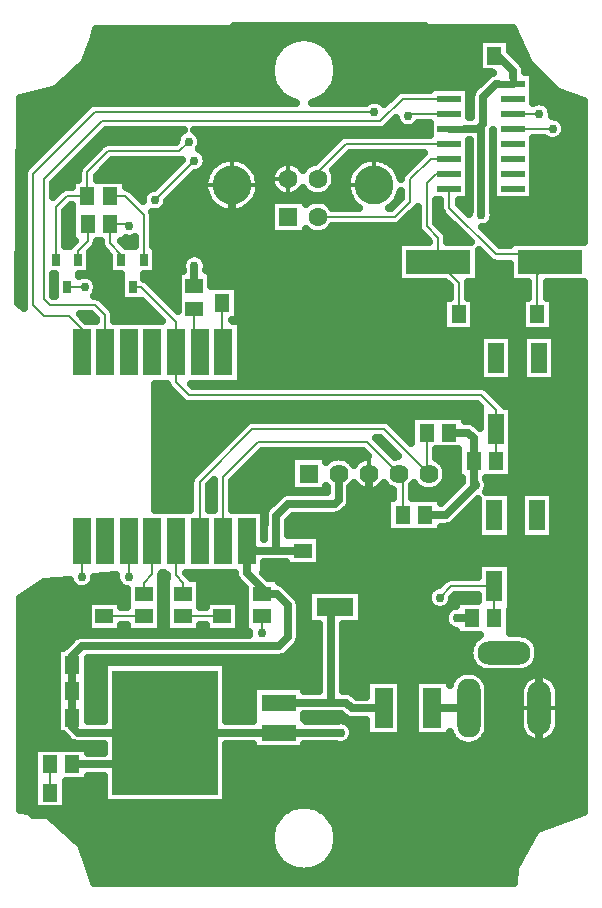
<source format=gbr>
G04 DipTrace 3.3.1.3*
G04 Top.gbr*
%MOIN*%
G04 #@! TF.FileFunction,Copper,L1,Top*
G04 #@! TF.Part,Single*
G04 #@! TA.AperFunction,Conductor*
%ADD14C,0.008*%
G04 #@! TA.AperFunction,CopperBalancing*
%ADD15C,0.025*%
G04 #@! TA.AperFunction,Conductor*
%ADD16C,0.023622*%
G04 #@! TA.AperFunction,CopperBalancing*
%ADD17C,0.013*%
%ADD18R,0.07874X0.023622*%
%ADD20R,0.216535X0.07874*%
%ADD21R,0.051181X0.059055*%
%ADD23R,0.025591X0.041339*%
G04 #@! TA.AperFunction,ComponentPad*
%ADD24R,0.062992X0.062992*%
%ADD25C,0.062992*%
%ADD26C,0.129921*%
%ADD28R,0.124016X0.062992*%
%ADD30R,0.11811X0.057087*%
%ADD31R,0.354331X0.417323*%
%ADD32R,0.062992X0.133858*%
G04 #@! TA.AperFunction,ComponentPad*
%ADD33O,0.07874X0.177165*%
%ADD34O,0.07874X0.19685*%
%ADD35O,0.177165X0.07874*%
%ADD36R,0.059055X0.051181*%
%ADD38R,0.062992X0.15748*%
%ADD39R,0.055118X0.102362*%
G04 #@! TA.AperFunction,ComponentPad*
%ADD40R,0.06378X0.06378*%
%ADD41C,0.06378*%
G04 #@! TA.AperFunction,ViaPad*
%ADD42C,0.03*%
%FSLAX26Y26*%
G04*
G70*
G90*
G75*
G01*
G04 Top*
%LPD*%
X2012920Y1324043D2*
D14*
Y1430304D1*
X587873Y2427367D2*
X647068D1*
X637776Y1461558D2*
Y1579197D1*
X636652Y1580320D1*
X2012920Y1430304D2*
X1869155D1*
X1831651Y1392801D1*
X1644131Y1024012D2*
D15*
X1537870D1*
X1519139Y1042743D1*
X1467972D1*
X1294094D1*
X1467972D2*
Y1347906D1*
X1481614Y1361547D1*
X1237839Y1405097D2*
Y1424054D1*
X1187833Y1474059D1*
Y1580320D1*
X606318Y836492D2*
X809891D1*
X916142Y942743D1*
X625285D1*
X606318Y961710D1*
Y992759D1*
Y1080268D1*
Y1167777D1*
Y1198825D1*
X637776Y1230283D1*
X1294094D1*
X1325348Y1261537D1*
Y1367798D1*
X1288049Y1405097D1*
X1237839D1*
X1938117Y1324043D2*
X1887907D1*
X1500366Y942753D2*
X1500356Y942743D1*
X1294094D1*
X1950413Y1767840D2*
X1944367Y1773886D1*
Y1849098D1*
X1375353Y1549067D2*
X1285608D1*
X1219087D1*
X1187833Y1580320D1*
X1294094Y942743D2*
X916142D1*
X2012715Y3199240D2*
X2025421D1*
X2075503Y3149159D1*
Y3129791D1*
D16*
Y3105480D1*
X1862904Y2955480D2*
X1914774D1*
D15*
X1960197D1*
X1969165Y2964449D1*
X1975416Y2970699D1*
Y3061726D1*
X2019171Y3105480D1*
X2023633D1*
D16*
X2075503D1*
X1494147Y1805344D2*
D15*
Y1717866D1*
X1481614Y1705333D1*
X1325348D1*
X1285608Y1665593D1*
Y1549067D1*
X1012815Y2499167D2*
Y2430409D1*
X1969165Y2667934D2*
Y2964449D1*
X1862699Y1942858D2*
X1925411D1*
X1944367Y1923902D1*
Y1849098D1*
X1781441Y1667829D2*
X1850403D1*
X1950413Y1767840D1*
X769244Y2517919D2*
D14*
Y2536466D1*
X731535Y2574175D1*
Y2636681D1*
X2075503Y2955480D2*
X2206675D1*
X1012815Y2849203D2*
X881551Y2717940D1*
X794042Y2630430D2*
X787791Y2636681D1*
X731535D1*
X606318Y742732D2*
D15*
Y667724D1*
X600272D1*
X475259D1*
X437755Y705228D1*
Y942753D1*
X487760Y992759D1*
X531514D1*
Y1080268D1*
Y1167777D1*
X600272Y667724D2*
X592709Y660161D1*
X1136516D1*
X1294094Y817740D1*
Y842743D1*
X2162936Y1024012D2*
Y892748D1*
X2112930Y842743D1*
X1294094D1*
X2162936Y1024012D2*
Y1422021D1*
X2154652Y1430304D1*
X2181688D1*
X2237944Y1486560D1*
Y1557419D1*
Y1878319D1*
X2160903Y1955360D1*
X1674528Y1361547D2*
X1737891D1*
X1933762Y1557419D1*
X2237944D1*
X1674528Y1361547D2*
Y1512420D1*
X1587755Y1599193D1*
X1563077Y1623870D1*
X1375353D1*
X1594147Y1805344D2*
Y1605585D1*
X1587755Y1599193D1*
X531514Y1167777D2*
Y1355297D1*
X581520Y1405302D1*
X712783D1*
X1106575D2*
X1162831D1*
X1968961Y2336650D2*
X2081677D1*
Y2034585D1*
X2160903Y1955360D1*
X906554Y3061726D2*
X1144079Y3299251D1*
X1781646D1*
X1881656Y3199240D1*
X1886669D1*
X1937912D1*
X1862904Y3105480D2*
D16*
Y3129791D1*
D15*
Y3175475D1*
X1886669Y3199240D1*
X1181378Y2374154D2*
Y2216697D1*
X1187833Y2210241D1*
X1181378Y2374154D2*
Y2574379D1*
X1137552Y2618205D1*
Y2768140D1*
X2019171Y1849098D2*
D14*
Y1955360D1*
X806646Y2427367D2*
X834588D1*
X951613Y2310343D1*
Y2210241D1*
X2019171Y1955360D2*
Y2017866D1*
X1969165Y2067871D1*
X994063D1*
X951613Y2110322D1*
Y2210241D1*
X1106575Y2374154D2*
Y2212760D1*
X1109093Y2210241D1*
X531514Y742732D2*
Y836492D1*
X1423773Y2788022D2*
Y2810114D1*
X1519139Y2905480D1*
X1862904D1*
X1423773Y2661644D2*
X1681596D1*
X1731640Y2711689D1*
Y2786697D1*
X1800424Y2855480D1*
X1862904D1*
X2156480Y2336650D2*
Y2468732D1*
X2199416Y2511668D1*
Y2536671D1*
X2019171D1*
X1862904Y2692937D1*
Y2755480D1*
X1894157Y2336650D2*
Y2442911D1*
X1825400Y2511668D1*
Y2592927D1*
X1787896Y2630430D1*
Y2774196D1*
X1819181Y2805480D1*
X1862904D1*
X1805549Y1024012D2*
D15*
X1926715D1*
X975311Y1405302D2*
D14*
Y1442806D1*
X951613Y1466504D1*
Y1580320D1*
X844047Y1405302D2*
Y1442806D1*
X872873Y1471631D1*
Y1580320D1*
X1109093D2*
Y1795361D1*
X1225337Y1911605D1*
X1587886D1*
X1694147Y1805344D1*
X1706638Y1667829D2*
Y1792853D1*
X1694147Y1805344D1*
X1030353Y1580320D2*
Y1779127D1*
X1206585Y1955360D1*
X1644131D1*
X1794147Y1805344D1*
X1787896Y1942858D2*
Y1811594D1*
X1794147Y1805344D1*
X625274Y2517919D2*
Y2549172D1*
X656732Y2580630D1*
Y2636681D1*
X844047Y2517919D2*
Y2667934D1*
X781541Y2730441D1*
X731331D1*
X1237839Y1330294D2*
Y1274038D1*
X794042Y1461558D2*
Y1580230D1*
X794133Y1580320D1*
X1012815Y2355606D2*
Y2227780D1*
X1030353Y2210241D1*
X844047Y1330499D2*
X712783D1*
X975311D2*
X1106575D1*
X550471Y2517919D2*
Y2693142D1*
X587770Y2730441D1*
X656528D1*
X2075503Y3005480D2*
X2162925D1*
X994063Y2911710D2*
X962810Y2880457D1*
X725285D1*
X656528Y2811699D1*
Y2730441D1*
X715392Y2210241D2*
Y2334041D1*
X681530Y2367903D1*
X531514D1*
X512762Y2386655D1*
Y2786697D1*
X706533Y2980467D1*
X1631630D1*
X1706643Y3055480D1*
X1862904D1*
X636652Y2210241D2*
Y2287768D1*
X594021Y2330399D1*
X512762D1*
X475259Y2367903D1*
Y2805449D1*
X681530Y3011720D1*
X1612878D1*
X1725390Y2999219D2*
X1731651Y3005480D1*
X1862904D1*
D42*
X647068Y2427367D3*
X637776Y1461558D3*
X1831651Y1392801D3*
X1887907Y1324043D3*
X1500366Y942753D3*
X1950413Y1767840D3*
X1887907Y1324043D3*
X1012815Y2499167D3*
X1969165Y2667934D3*
X1950413Y1767840D3*
X2206675Y2955480D3*
X1012815Y2849203D3*
X881551Y2717940D3*
X794042Y2630430D3*
X1162831Y1405302D3*
X906554Y3061726D3*
X1237839Y1274038D3*
X794042Y1461558D3*
X2162925Y3005480D3*
X994063Y2911710D3*
X1612878Y3011720D3*
X1725390Y2999219D3*
X681902Y3268133D2*
D15*
X2082270D1*
X674115Y3243264D2*
X1315604D1*
X1440888D2*
X1958111D1*
X2067318D2*
X2093466D1*
X665072Y3218395D2*
X1288332D1*
X1468160D2*
X1958111D1*
X2067318D2*
X2104662D1*
X656029Y3193526D2*
X1273620D1*
X1482873D2*
X1958111D1*
X2088777D2*
X2115858D1*
X639235Y3168657D2*
X1266299D1*
X1490229D2*
X1958111D1*
X2111779D2*
X2129601D1*
X612573Y3143789D2*
X1264864D1*
X1491628D2*
X1958111D1*
X2143859D2*
X2154469D1*
X585947Y3118920D2*
X1269098D1*
X1487394D2*
X1974940D1*
X2143859D2*
X2179337D1*
X559285Y3094051D2*
X1279756D1*
X1476736D2*
X1950073D1*
X2143859D2*
X2204204D1*
X477864Y3069182D2*
X1299492D1*
X1457036D2*
X1674697D1*
X2143859D2*
X2250782D1*
X433798Y3044314D2*
X1341333D1*
X1415159D2*
X1584700D1*
X1641050D2*
X1649823D1*
X2180066D2*
X2310458D1*
X433583Y3019445D2*
X643637D1*
X2204504D2*
X2310458D1*
X433332Y2994576D2*
X618769D1*
X2223092D2*
X2310458D1*
X433117Y2969707D2*
X593866D1*
X1666492D2*
X1693716D1*
X1757064D2*
X1794551D1*
X2248175D2*
X2310458D1*
X432901Y2944839D2*
X568998D1*
X716530D2*
X966559D1*
X1021546D2*
X1794551D1*
X2249287D2*
X2310458D1*
X432686Y2919970D2*
X544130D1*
X691662D2*
X950877D1*
X1037227D2*
X1487992D1*
X2143859D2*
X2182710D1*
X2230663D2*
X2310458D1*
X432471Y2895101D2*
X519262D1*
X666794D2*
X694306D1*
X1034607D2*
X1463124D1*
X2143859D2*
X2310458D1*
X432255Y2870232D2*
X494395D1*
X641927D2*
X669438D1*
X1051078D2*
X1438257D1*
X1529522D2*
X1769539D1*
X2143859D2*
X2310458D1*
X432004Y2845364D2*
X469527D1*
X617059D2*
X644570D1*
X735836D2*
X963329D1*
X1056640D2*
X1086053D1*
X1189053D2*
X1314169D1*
X1336532D2*
X1412599D1*
X1504654D2*
X1560047D1*
X1663083D2*
X1744672D1*
X2143859D2*
X2310458D1*
X431789Y2820495D2*
X446238D1*
X592191D2*
X624834D1*
X710968D2*
X938462D1*
X1045265D2*
X1060073D1*
X1215033D2*
X1274804D1*
X1479787D2*
X1534067D1*
X1689063D2*
X1719804D1*
X2143859D2*
X2310458D1*
X431574Y2795626D2*
X442255D1*
X567324D2*
X623542D1*
X689545D2*
X913594D1*
X1004859D2*
X1047837D1*
X1227270D2*
X1265366D1*
X1483770D2*
X1521831D1*
X2143859D2*
X2310458D1*
X431358Y2770757D2*
X442255D1*
X545757D2*
X601940D1*
X785930D2*
X888726D1*
X979992D2*
X1043638D1*
X1231468D2*
X1267484D1*
X1481653D2*
X1517632D1*
X2143859D2*
X2310458D1*
X431143Y2745888D2*
X442255D1*
X545757D2*
X557587D1*
X811731D2*
X848356D1*
X955124D2*
X1046329D1*
X1228777D2*
X1282986D1*
X1367684D2*
X1381416D1*
X1466115D2*
X1520360D1*
X2143859D2*
X2310458D1*
X430892Y2721020D2*
X442255D1*
X930256D2*
X1056664D1*
X1218442D2*
X1530694D1*
X2143859D2*
X2310458D1*
X430677Y2696151D2*
X442255D1*
X919383D2*
X1078625D1*
X1196481D2*
X1264864D1*
X1472897D2*
X1552655D1*
X1820902D2*
X1829897D1*
X1905337D2*
X1927681D1*
X2010657D2*
X2310458D1*
X430461Y2671282D2*
X442255D1*
X583471D2*
X602155D1*
X876861D2*
X1264864D1*
X1736861D2*
X1754899D1*
X1820902D2*
X1838939D1*
X2013026D2*
X2310458D1*
X430246Y2646413D2*
X442255D1*
X583471D2*
X602155D1*
X877040D2*
X1264864D1*
X1711993D2*
X1754899D1*
X1820902D2*
X1863807D1*
X2007141D2*
X2310458D1*
X430031Y2621545D2*
X442255D1*
X583471D2*
X602155D1*
X877040D2*
X1264864D1*
X1468160D2*
X1756226D1*
X1842432D2*
X1888675D1*
X1979940D2*
X2310458D1*
X429779Y2596676D2*
X442255D1*
X583471D2*
X602155D1*
X877040D2*
X1776034D1*
X1858185D2*
X1913543D1*
X2004808D2*
X2310458D1*
X429564Y2571807D2*
X442255D1*
X583471D2*
X602263D1*
X688433D2*
X698612D1*
X779543D2*
X811037D1*
X877040D2*
X1688118D1*
X2029676D2*
X2062139D1*
X429349Y2546938D2*
X442255D1*
X668660D2*
X713145D1*
X885832D2*
X1688118D1*
X429134Y2522070D2*
X442255D1*
X667082D2*
X727463D1*
X885832D2*
X975709D1*
X1049930D2*
X1688118D1*
X1962680D2*
X1988146D1*
X428918Y2497201D2*
X442255D1*
X667082D2*
X727463D1*
X885832D2*
X968855D1*
X1056784D2*
X1688118D1*
X1962680D2*
X2062139D1*
X428667Y2472332D2*
X442255D1*
X667082D2*
X727463D1*
X885832D2*
X954286D1*
X1071353D2*
X1688118D1*
X1962680D2*
X2062139D1*
X428452Y2447463D2*
X442255D1*
X685885D2*
X764854D1*
X860138D2*
X954286D1*
X1071353D2*
X1688118D1*
X1962680D2*
X2062139D1*
X428236Y2422594D2*
X442255D1*
X690801D2*
X764854D1*
X885006D2*
X954286D1*
X1161171D2*
X1861152D1*
X1927155D2*
X2123465D1*
X2189468D2*
X2310458D1*
X428021Y2397726D2*
X442255D1*
X690406D2*
X764854D1*
X909874D2*
X954286D1*
X1161171D2*
X1861152D1*
X1927155D2*
X2123465D1*
X2189468D2*
X2310458D1*
X429815Y2372857D2*
X442255D1*
X722200D2*
X843476D1*
X934742D2*
X954286D1*
X1161171D2*
X1839549D1*
X1948757D2*
X2101899D1*
X2211070D2*
X2310458D1*
X745022Y2347988D2*
X868344D1*
X1161171D2*
X1839549D1*
X1948757D2*
X2101899D1*
X2211070D2*
X2310458D1*
X646951Y2323119D2*
X680670D1*
X748395D2*
X893212D1*
X1161171D2*
X1839549D1*
X1948757D2*
X2101899D1*
X2211070D2*
X2310458D1*
X1169604Y2298251D2*
X1839549D1*
X1948757D2*
X2101899D1*
X2211070D2*
X2310458D1*
X1169604Y2273382D2*
X2310458D1*
X1169604Y2248513D2*
X1962596D1*
X2075715D2*
X2104339D1*
X2217458D2*
X2310458D1*
X1169604Y2223644D2*
X1962596D1*
X2075715D2*
X2104339D1*
X2217458D2*
X2310458D1*
X1169604Y2198776D2*
X1962596D1*
X2075715D2*
X2104339D1*
X2217458D2*
X2310458D1*
X1169604Y2173907D2*
X1962596D1*
X2075715D2*
X2104339D1*
X2217458D2*
X2310458D1*
X1169604Y2149038D2*
X1962596D1*
X2075715D2*
X2104339D1*
X2217458D2*
X2310458D1*
X1169604Y2124169D2*
X1962596D1*
X2075715D2*
X2104339D1*
X2217458D2*
X2310458D1*
X884037Y2099301D2*
X920663D1*
X1008268D2*
X2310458D1*
X884037Y2074432D2*
X941871D1*
X2008253D2*
X2310458D1*
X884037Y2049563D2*
X966738D1*
X2033121D2*
X2310458D1*
X884037Y2024694D2*
X1962596D1*
X2075715D2*
X2310458D1*
X884037Y1999825D2*
X1962596D1*
X2075715D2*
X2310458D1*
X884037Y1974957D2*
X1180536D1*
X1670152D2*
X1733296D1*
X1950049D2*
X1962596D1*
X2075715D2*
X2310458D1*
X884037Y1950088D2*
X1155669D1*
X1695020D2*
X1733296D1*
X2075715D2*
X2310458D1*
X884037Y1925219D2*
X1130801D1*
X1719888D2*
X1733296D1*
X2075715D2*
X2310458D1*
X884037Y1900350D2*
X1105933D1*
X1644782D2*
X1653532D1*
X2075715D2*
X2310458D1*
X884037Y1875482D2*
X1081065D1*
X1234841D2*
X1578384D1*
X1669650D2*
X1678391D1*
X1820902D2*
X1889787D1*
X2073778D2*
X2310458D1*
X884037Y1850613D2*
X1056198D1*
X1209973D2*
X1333259D1*
X1533541D2*
X1554772D1*
X1833533D2*
X1889787D1*
X2073778D2*
X2310458D1*
X884037Y1825744D2*
X1031330D1*
X1185106D2*
X1333259D1*
X1851367D2*
X1889787D1*
X2073778D2*
X2310458D1*
X884037Y1800875D2*
X1006462D1*
X1160238D2*
X1333259D1*
X1854848D2*
X1889787D1*
X2073778D2*
X2310458D1*
X884037Y1776007D2*
X997348D1*
X1142081D2*
X1333259D1*
X1847133D2*
X1900911D1*
X1993612D2*
X2310458D1*
X884037Y1751138D2*
X997348D1*
X1063351D2*
X1076077D1*
X1142081D2*
X1333259D1*
X1535658D2*
X1569951D1*
X1618335D2*
X1669961D1*
X1739624D2*
X1769934D1*
X1818354D2*
X1876044D1*
X1990921D2*
X2310458D1*
X884037Y1726269D2*
X997348D1*
X1063351D2*
X1076077D1*
X1142081D2*
X1288619D1*
X1535658D2*
X1673621D1*
X1739624D2*
X1851176D1*
X2069471D2*
X2098095D1*
X2211214D2*
X2310458D1*
X884037Y1701400D2*
X997348D1*
X1063351D2*
X1076077D1*
X1142081D2*
X1263752D1*
X1531998D2*
X1652054D1*
X1941616D2*
X1956352D1*
X2069471D2*
X2098095D1*
X2211214D2*
X2310458D1*
X1510396Y1676531D2*
X1652054D1*
X1916748D2*
X1956352D1*
X2069471D2*
X2098095D1*
X2211214D2*
X2310458D1*
X1329324Y1651663D2*
X1652054D1*
X1891881D2*
X1956352D1*
X2069471D2*
X2098095D1*
X2211214D2*
X2310458D1*
X1327099Y1626794D2*
X1652054D1*
X1836045D2*
X1956352D1*
X2069471D2*
X2098095D1*
X2211214D2*
X2310458D1*
X1327099Y1601925D2*
X1956352D1*
X2069471D2*
X2098095D1*
X2211214D2*
X2310458D1*
X1433891Y1577056D2*
X2310458D1*
X1433891Y1552188D2*
X2310458D1*
X1433891Y1527319D2*
X2310458D1*
X1248334Y1502450D2*
X1316824D1*
X1433891D2*
X1956352D1*
X2069471D2*
X2310458D1*
X1248334Y1477581D2*
X1956352D1*
X2069471D2*
X2310458D1*
X680825Y1452713D2*
X751003D1*
X902589D2*
X916788D1*
X1033854D2*
X1152690D1*
X1296383D2*
X1845973D1*
X2069471D2*
X2310458D1*
X489419Y1427844D2*
X611090D1*
X664462D2*
X767330D1*
X902589D2*
X916788D1*
X1033854D2*
X1176410D1*
X1322973D2*
X1806931D1*
X2069471D2*
X2310458D1*
X450736Y1402975D2*
X785523D1*
X902589D2*
X916788D1*
X1033854D2*
X1179316D1*
X1347840D2*
X1390602D1*
X1572619D2*
X1788917D1*
X2069471D2*
X2310458D1*
X434014Y1378106D2*
X654259D1*
X771325D2*
X785523D1*
X902589D2*
X916788D1*
X1033854D2*
X1048052D1*
X1165118D2*
X1179316D1*
X1365460D2*
X1390602D1*
X1572619D2*
X1790352D1*
X1872970D2*
X1883543D1*
X2069471D2*
X2310458D1*
X434014Y1353238D2*
X654259D1*
X902589D2*
X916788D1*
X1165118D2*
X1179316D1*
X1366859D2*
X1390602D1*
X1572619D2*
X1816619D1*
X1846667D2*
X1855913D1*
X2069471D2*
X2310458D1*
X434014Y1328369D2*
X654259D1*
X902589D2*
X916788D1*
X1165118D2*
X1179316D1*
X1366859D2*
X1390602D1*
X1572619D2*
X1844143D1*
X2067498D2*
X2310458D1*
X434014Y1303500D2*
X654259D1*
X902589D2*
X916788D1*
X1165118D2*
X1179316D1*
X1366859D2*
X1426486D1*
X1509463D2*
X1849346D1*
X2067498D2*
X2310458D1*
X434014Y1278631D2*
X654259D1*
X771325D2*
X785523D1*
X902589D2*
X916788D1*
X1033854D2*
X1048052D1*
X1165118D2*
X1179316D1*
X1366859D2*
X1426486D1*
X1509463D2*
X1883543D1*
X2067498D2*
X2310458D1*
X434014Y1253762D2*
X603590D1*
X1366070D2*
X1426486D1*
X1509463D2*
X1944726D1*
X2144900D2*
X2310458D1*
X434014Y1228894D2*
X578723D1*
X1350352D2*
X1426486D1*
X1509463D2*
X1930300D1*
X2159361D2*
X2310458D1*
X434014Y1204025D2*
X551738D1*
X1325485D2*
X1426486D1*
X1509463D2*
X1927430D1*
X2162232D2*
X2310458D1*
X434014Y1179156D2*
X551738D1*
X660909D2*
X1426486D1*
X1509463D2*
X1934427D1*
X2155235D2*
X2310458D1*
X434014Y1154287D2*
X551738D1*
X660909D2*
X709987D1*
X1122308D2*
X1426486D1*
X1509463D2*
X1956496D1*
X2133130D2*
X2310458D1*
X434014Y1129419D2*
X551738D1*
X660909D2*
X709987D1*
X1122308D2*
X1426486D1*
X1509463D2*
X1877407D1*
X1976029D2*
X2126085D1*
X2199803D2*
X2310458D1*
X434014Y1104550D2*
X551738D1*
X660909D2*
X709987D1*
X1122308D2*
X1426486D1*
X1509463D2*
X1583623D1*
X1704637D2*
X1745066D1*
X1991495D2*
X2102509D1*
X2223379D2*
X2310458D1*
X434014Y1079681D2*
X551738D1*
X660909D2*
X709987D1*
X1122308D2*
X1206050D1*
X1534151D2*
X1583623D1*
X1704637D2*
X1745066D1*
X1995084D2*
X2094865D1*
X2230986D2*
X2310458D1*
X434014Y1054812D2*
X551738D1*
X660909D2*
X709987D1*
X1122308D2*
X1206050D1*
X1704637D2*
X1745066D1*
X1995084D2*
X2094578D1*
X2231309D2*
X2310458D1*
X434014Y1029944D2*
X551738D1*
X660909D2*
X709987D1*
X1122308D2*
X1206050D1*
X1704637D2*
X1745066D1*
X1995084D2*
X2094578D1*
X2231309D2*
X2310458D1*
X434014Y1005075D2*
X551738D1*
X660909D2*
X709987D1*
X1122308D2*
X1206050D1*
X1704637D2*
X1745066D1*
X1995084D2*
X2094578D1*
X2231309D2*
X2310458D1*
X434014Y980206D2*
X551738D1*
X1520730D2*
X1583623D1*
X1704637D2*
X1745066D1*
X1995084D2*
X2094578D1*
X2231309D2*
X2310458D1*
X434014Y955337D2*
X551738D1*
X1542405D2*
X1583623D1*
X1704637D2*
X1745066D1*
X1994366D2*
X2097521D1*
X2228367D2*
X2310458D1*
X434014Y930469D2*
X579907D1*
X1542512D2*
X1868113D1*
X1985323D2*
X2111731D1*
X2214156D2*
X2310458D1*
X434014Y905600D2*
X610911D1*
X1521340D2*
X1895672D1*
X1957764D2*
X2310458D1*
X434014Y880731D2*
X476919D1*
X660909D2*
X709987D1*
X1122308D2*
X2310458D1*
X434014Y855862D2*
X476919D1*
X1122308D2*
X2310458D1*
X434014Y830993D2*
X476919D1*
X1122308D2*
X2310458D1*
X434014Y806125D2*
X476919D1*
X1122308D2*
X2310458D1*
X434014Y781256D2*
X476919D1*
X660909D2*
X709987D1*
X1122308D2*
X2310458D1*
X434014Y756387D2*
X476919D1*
X586091D2*
X709987D1*
X1122308D2*
X2310458D1*
X434014Y731518D2*
X476919D1*
X586091D2*
X709987D1*
X1122308D2*
X2310458D1*
X434014Y706650D2*
X476919D1*
X586091D2*
X2310458D1*
X457554Y681781D2*
X1311980D1*
X1444512D2*
X2310458D1*
X539226Y656912D2*
X1286466D1*
X1470026D2*
X2253509D1*
X567180Y632043D2*
X1272615D1*
X1483877D2*
X2181669D1*
X595170Y607175D2*
X1265905D1*
X1490588D2*
X2143811D1*
X623159Y582306D2*
X1265008D1*
X1491485D2*
X2130139D1*
X642286Y557437D2*
X1269852D1*
X1486676D2*
X2116468D1*
X650575Y532568D2*
X1281227D1*
X1475301D2*
X2102760D1*
X658864Y507699D2*
X1302148D1*
X1454381D2*
X2089088D1*
X667153Y482831D2*
X1349946D1*
X1406547D2*
X2078682D1*
X675443Y457962D2*
X2075918D1*
X1806220Y3093791D2*
X1928774D1*
Y2994451D1*
X1936412Y2994480D1*
X1936536Y3064786D1*
X1937494Y3070830D1*
X1939385Y3076650D1*
X1942163Y3082103D1*
X1945760Y3087054D1*
X1980317Y3121782D1*
X1993842Y3135136D1*
X1998793Y3138733D1*
X2004246Y3141512D1*
X2007130Y3142575D1*
X2000502Y3143212D1*
X1960625D1*
Y3255267D1*
X2064806D1*
Y3215041D1*
X2105159Y3174487D1*
X2108756Y3169536D1*
X2111534Y3164084D1*
X2113425Y3158263D1*
X2114383Y3152219D1*
X2114503Y3143812D1*
X2141373Y3143791D1*
Y3040934D1*
X2147044Y3043821D1*
X2153237Y3045834D1*
X2159669Y3046852D1*
X2166181D1*
X2172613Y3045834D1*
X2178807Y3043821D1*
X2184609Y3040865D1*
X2189877Y3037037D1*
X2194482Y3032432D1*
X2198310Y3027164D1*
X2201266Y3021362D1*
X2203279Y3015168D1*
X2204297Y3008736D1*
Y3002224D1*
X2203490Y2996853D1*
X2209931Y2996852D1*
X2216363Y2995834D1*
X2222556Y2993821D1*
X2228358Y2990865D1*
X2233627Y2987037D1*
X2238231Y2982432D1*
X2242059Y2977164D1*
X2245016Y2971362D1*
X2247028Y2965168D1*
X2248047Y2958736D1*
Y2952224D1*
X2247028Y2945792D1*
X2245016Y2939599D1*
X2242059Y2933797D1*
X2238231Y2928528D1*
X2233627Y2923923D1*
X2228358Y2920096D1*
X2222556Y2917139D1*
X2216363Y2915127D1*
X2209931Y2914108D1*
X2203418D1*
X2196987Y2915127D1*
X2190793Y2917139D1*
X2184991Y2920096D1*
X2179722Y2923923D1*
X2178573Y2924986D1*
X2141401Y2924980D1*
X2141373Y2817169D1*
Y2717169D1*
X2009633D1*
Y2943791D1*
Y2952013D1*
X2008662Y2950312D1*
X2008165Y2946076D1*
Y2682148D1*
X2009519Y2677622D1*
X2010537Y2671190D1*
Y2664678D1*
X2009519Y2658246D1*
X2007506Y2652053D1*
X2004550Y2646251D1*
X2000722Y2640982D1*
X1996117Y2636378D1*
X1990849Y2632550D1*
X1985047Y2629593D1*
X1978853Y2627581D1*
X1972409Y2626562D1*
X2031818Y2567157D1*
X2064636Y2567171D1*
X2064649Y2577538D1*
X2312931D1*
X2312953Y3046810D1*
X2219276Y3082105D1*
X2216906Y3083848D1*
X2127820Y3173141D1*
X2126794Y3174817D1*
X2073608Y3292972D1*
X684739Y3286792D1*
X674796Y3252058D1*
X648710Y3180682D1*
X646994Y3178297D1*
X551802Y3089450D1*
X549303Y3087903D1*
X538135Y3084875D1*
X431434Y3058199D1*
X425310Y2374287D1*
X445918Y2359574D1*
X444852Y2365510D1*
X444758Y2441394D1*
X444852Y2807842D1*
X445601Y2812569D1*
X447080Y2817121D1*
X449253Y2821385D1*
X452066Y2825257D1*
X505658Y2878981D1*
X661722Y3034913D1*
X665594Y3037726D1*
X669858Y3039899D1*
X674410Y3041378D1*
X679137Y3042127D1*
X755021Y3042221D1*
X1351093D1*
X1343934Y3044285D1*
X1335753Y3047303D1*
X1327833Y3050954D1*
X1320225Y3055214D1*
X1312975Y3060059D1*
X1306127Y3065458D1*
X1299723Y3071377D1*
X1293804Y3077780D1*
X1288405Y3084628D1*
X1283561Y3091879D1*
X1279300Y3099487D1*
X1275649Y3107406D1*
X1272631Y3115587D1*
X1270264Y3123980D1*
X1268563Y3132532D1*
X1267538Y3141192D1*
X1267196Y3149906D1*
X1267538Y3158619D1*
X1268563Y3167279D1*
X1270264Y3175831D1*
X1272631Y3184224D1*
X1275649Y3192405D1*
X1279300Y3200324D1*
X1283561Y3207932D1*
X1288405Y3215183D1*
X1293804Y3222031D1*
X1299723Y3228434D1*
X1306127Y3234353D1*
X1312975Y3239752D1*
X1320225Y3244597D1*
X1327833Y3248858D1*
X1335753Y3252508D1*
X1343934Y3255526D1*
X1352326Y3257893D1*
X1360879Y3259595D1*
X1369539Y3260620D1*
X1378252Y3260962D1*
X1386965Y3260620D1*
X1395625Y3259595D1*
X1404178Y3257893D1*
X1412570Y3255526D1*
X1420751Y3252508D1*
X1428671Y3248858D1*
X1436279Y3244597D1*
X1443529Y3239752D1*
X1450377Y3234353D1*
X1456781Y3228434D1*
X1462700Y3222031D1*
X1468099Y3215183D1*
X1472943Y3207932D1*
X1477204Y3200324D1*
X1480855Y3192405D1*
X1483873Y3184224D1*
X1486240Y3175831D1*
X1487941Y3167279D1*
X1488966Y3158619D1*
X1489308Y3149906D1*
X1488966Y3141192D1*
X1487941Y3132532D1*
X1486240Y3123980D1*
X1483873Y3115587D1*
X1480855Y3107406D1*
X1477204Y3099487D1*
X1472943Y3091879D1*
X1468099Y3084628D1*
X1462700Y3077780D1*
X1456781Y3071377D1*
X1450377Y3065458D1*
X1443529Y3060059D1*
X1436279Y3055214D1*
X1428671Y3050954D1*
X1420751Y3047303D1*
X1412570Y3044285D1*
X1405259Y3042223D1*
X1584771Y3042221D1*
X1588485Y3045295D1*
X1594037Y3048697D1*
X1600054Y3051189D1*
X1606386Y3052710D1*
X1612878Y3053220D1*
X1619370Y3052710D1*
X1625702Y3051189D1*
X1631719Y3048697D1*
X1637271Y3045295D1*
X1642223Y3041065D1*
X1645436Y3037403D1*
X1686835Y3078673D1*
X1690707Y3081486D1*
X1694971Y3083659D1*
X1699523Y3085138D1*
X1704250Y3085886D1*
X1780134Y3085980D1*
X1797035D1*
X1797034Y3093791D1*
X1806220D1*
X1797046Y2967169D2*
X1797034Y2974956D1*
X1758964Y2974826D1*
X1754735Y2969874D1*
X1749783Y2965645D1*
X1744230Y2962242D1*
X1738214Y2959750D1*
X1731882Y2958230D1*
X1725390Y2957719D1*
X1718898Y2958230D1*
X1712566Y2959750D1*
X1706549Y2962242D1*
X1700997Y2965645D1*
X1696045Y2969874D1*
X1691816Y2974826D1*
X1688413Y2980379D1*
X1685921Y2986395D1*
X1684835Y2990542D1*
X1651438Y2957275D1*
X1647566Y2954462D1*
X1643302Y2952289D1*
X1638750Y2950810D1*
X1634023Y2950061D1*
X1558139Y2949967D1*
X1010152D1*
X1015747Y2947095D1*
X1021015Y2943267D1*
X1025620Y2938662D1*
X1029448Y2933394D1*
X1032404Y2927591D1*
X1034416Y2921398D1*
X1035435Y2914966D1*
Y2908454D1*
X1034416Y2902022D1*
X1032404Y2895829D1*
X1029448Y2890026D1*
X1027984Y2887835D1*
X1034499Y2884588D1*
X1039767Y2880760D1*
X1044372Y2876156D1*
X1048200Y2870887D1*
X1051156Y2865085D1*
X1053168Y2858891D1*
X1054187Y2852459D1*
Y2845947D1*
X1053168Y2839515D1*
X1051156Y2833322D1*
X1048200Y2827520D1*
X1044372Y2822251D1*
X1039767Y2817647D1*
X1034499Y2813819D1*
X1028696Y2810862D1*
X1022503Y2808850D1*
X1016071Y2807831D1*
X1014507Y2807770D1*
X923015Y2716270D1*
X922540Y2711448D1*
X921020Y2705115D1*
X918528Y2699099D1*
X915125Y2693547D1*
X910896Y2688595D1*
X905944Y2684365D1*
X900392Y2680963D1*
X894375Y2678471D1*
X888043Y2676951D1*
X881551Y2676440D1*
X875059Y2676951D1*
X873049Y2677350D1*
X874172Y2672706D1*
X874547Y2667925D1*
Y2565054D1*
X883343Y2565088D1*
Y2470749D1*
X845916D1*
X845941Y2455697D1*
X850524Y2453373D1*
X854396Y2450560D1*
X908121Y2396968D1*
X956762Y2348327D1*
X956787Y2482500D1*
X973832D1*
X973346Y2486342D1*
X971826Y2492675D1*
X971315Y2499167D1*
X971826Y2505659D1*
X973346Y2511991D1*
X975838Y2518007D1*
X979241Y2523560D1*
X983470Y2528512D1*
X988422Y2532741D1*
X993974Y2536143D1*
X999991Y2538636D1*
X1006323Y2540156D1*
X1012815Y2540667D1*
X1019307Y2540156D1*
X1025639Y2538636D1*
X1031656Y2536143D1*
X1037208Y2532741D1*
X1042160Y2528512D1*
X1046389Y2523560D1*
X1049792Y2518007D1*
X1052284Y2511991D1*
X1053804Y2505659D1*
X1054315Y2499167D1*
X1053804Y2492675D1*
X1052284Y2486342D1*
X1051812Y2485065D1*
X1057837Y2482500D1*
X1068843D1*
Y2430217D1*
X1158665Y2430181D1*
Y2318126D1*
X1137099D1*
X1142961Y2315481D1*
X1167089D1*
Y2105001D1*
X1000100D1*
X1006699Y2098369D1*
X1971558Y2098277D1*
X1976285Y2097529D1*
X1980837Y2096050D1*
X1985102Y2093877D1*
X1988974Y2091064D1*
X2040737Y2039433D1*
X2043846Y2035794D1*
X2045181Y2033794D1*
X2047789Y2033041D1*
X2073230D1*
Y1877678D1*
X2071261Y1877567D1*
Y1793071D1*
X1983360D1*
X1987390Y1786681D1*
X1989882Y1780664D1*
X1991402Y1774332D1*
X1991913Y1767840D1*
X1991402Y1761348D1*
X1989882Y1755016D1*
X1987390Y1748999D1*
X1984490Y1744198D1*
X2066979Y1744206D1*
Y1588844D1*
X1958861D1*
Y1721149D1*
X1875731Y1638173D1*
X1870780Y1634576D1*
X1865328Y1631798D1*
X1859507Y1629907D1*
X1853463Y1628949D1*
X1833501Y1628829D1*
X1833532Y1611802D1*
X1654547D1*
Y1723857D1*
X1676114D1*
X1676104Y1749812D1*
X1667639Y1753318D1*
X1659826Y1758106D1*
X1652859Y1764056D1*
X1646909Y1771023D1*
X1644160Y1775195D1*
X1640247Y1769508D1*
X1635383Y1764005D1*
X1629868Y1759155D1*
X1623787Y1755037D1*
X1617238Y1751714D1*
X1610323Y1749239D1*
X1603152Y1747653D1*
X1595839Y1746979D1*
X1588499Y1747228D1*
X1581248Y1748397D1*
X1574202Y1750466D1*
X1567471Y1753404D1*
X1561162Y1757164D1*
X1555374Y1761685D1*
X1550201Y1766898D1*
X1545722Y1772719D1*
X1544150Y1775197D1*
X1538547Y1767423D1*
X1533160Y1761953D1*
X1533027Y1714806D1*
X1532069Y1708762D1*
X1530178Y1702941D1*
X1527400Y1697489D1*
X1523803Y1692538D1*
X1509191Y1677756D1*
X1504538Y1673782D1*
X1499320Y1670584D1*
X1493666Y1668242D1*
X1487715Y1666813D1*
X1481614Y1666333D1*
X1341486D1*
X1324633Y1649464D1*
X1324608Y1601181D1*
X1431381Y1601157D1*
Y1496976D1*
X1319325D1*
Y1510074D1*
X1245812Y1510067D1*
X1245829Y1475080D1*
X1241990D1*
X1259840Y1457207D1*
X1293866Y1457188D1*
Y1443659D1*
X1300100Y1442188D1*
X1305754Y1439846D1*
X1310972Y1436649D1*
X1315634Y1432666D1*
X1355004Y1393126D1*
X1358601Y1388175D1*
X1361379Y1382723D1*
X1363270Y1376902D1*
X1364228Y1370858D1*
X1364348Y1321866D1*
X1364228Y1258477D1*
X1363270Y1252432D1*
X1361379Y1246612D1*
X1358601Y1241159D1*
X1355004Y1236208D1*
X1321672Y1202706D1*
X1317018Y1198732D1*
X1311800Y1195534D1*
X1306146Y1193192D1*
X1300195Y1191764D1*
X1294083Y1191284D1*
X658406Y1191283D1*
X658408Y981718D1*
X712447Y981743D1*
X712477Y1177904D1*
X1119807D1*
Y981725D1*
X1208562Y981743D1*
X1208540Y1097786D1*
X1379650D1*
Y1081746D1*
X1428983Y1081743D1*
X1428972Y1303585D1*
X1393106Y1303551D1*
Y1419543D1*
X1570122D1*
Y1303551D1*
X1507002D1*
X1506973Y1081753D1*
X1522199Y1081623D1*
X1528243Y1080665D1*
X1534064Y1078774D1*
X1539517Y1075996D1*
X1544468Y1072399D1*
X1554049Y1062987D1*
X1586134Y1063012D1*
X1586135Y1117441D1*
X1702128D1*
Y930582D1*
X1586135D1*
Y985019D1*
X1534810Y985132D1*
X1528766Y986089D1*
X1522945Y987980D1*
X1517493Y990759D1*
X1512542Y994356D1*
X1502960Y1003768D1*
X1379661Y1003743D1*
X1379614Y987699D1*
X1385958Y981743D1*
X1486183D1*
X1490678Y983107D1*
X1497110Y984125D1*
X1503622D1*
X1510054Y983107D1*
X1516248Y981094D1*
X1522050Y978138D1*
X1527318Y974310D1*
X1531923Y969705D1*
X1535751Y964437D1*
X1538707Y958635D1*
X1540719Y952441D1*
X1541738Y946009D1*
Y939497D1*
X1540719Y933065D1*
X1538707Y926872D1*
X1535751Y921070D1*
X1531923Y915801D1*
X1527318Y911196D1*
X1522050Y907369D1*
X1516248Y904412D1*
X1510054Y902400D1*
X1503622Y901381D1*
X1497110D1*
X1490678Y902400D1*
X1486288Y903747D1*
X1379677Y903743D1*
X1379650Y887699D1*
X1208540D1*
Y903740D1*
X1119805Y903743D1*
X1119807Y707581D1*
X712477D1*
Y797471D1*
X658424Y797492D1*
X658408Y780464D1*
X583605Y780387D1*
Y686705D1*
X479424D1*
Y892520D1*
X658408D1*
Y875475D1*
X712499Y875492D1*
X712477Y903760D1*
X622225Y903863D1*
X616180Y904820D1*
X610360Y906711D1*
X604907Y909490D1*
X599956Y913087D1*
X578740Y934133D1*
X576654Y936391D1*
X575731Y936731D1*
X554227D1*
Y1223804D1*
X576368D1*
X591732Y1239394D1*
X612447Y1259939D1*
X617398Y1263536D1*
X622851Y1266315D1*
X628671Y1268206D1*
X634716Y1269163D1*
X683707Y1269283D1*
X1196600D1*
X1196339Y1274038D1*
X1196573Y1278192D1*
X1181811Y1278203D1*
Y1424954D1*
X1158177Y1448731D1*
X1154580Y1453682D1*
X1151802Y1459134D1*
X1149911Y1464955D1*
X1148953Y1470999D1*
X1148717Y1475080D1*
X986171Y1475079D1*
X998504Y1462614D1*
X1001321Y1458734D1*
X1011147Y1457392D1*
X1031339D1*
Y1361023D1*
X1050547Y1361085D1*
Y1382589D1*
X1162603D1*
Y1278408D1*
X1050547D1*
Y1299974D1*
X1031339Y1299912D1*
Y1278408D1*
X919284D1*
Y1457392D1*
X922477D1*
X921488Y1461733D1*
X921113Y1466513D1*
X912496Y1475080D1*
X903346D1*
X903279Y1469238D1*
X902530Y1464511D1*
X901051Y1459959D1*
X900075Y1457392D1*
Y1278408D1*
X788020D1*
Y1299974D1*
X768811Y1299912D1*
Y1278408D1*
X656756D1*
Y1382589D1*
X768811D1*
Y1361023D1*
X788033Y1360999D1*
X788020Y1420494D1*
X781218Y1422089D1*
X775201Y1424581D1*
X769649Y1427984D1*
X764697Y1432213D1*
X760468Y1437165D1*
X757065Y1442717D1*
X754573Y1448734D1*
X753053Y1455066D1*
X752542Y1461558D1*
X753090Y1468237D1*
X679268Y1460612D1*
X678765Y1455066D1*
X677244Y1448734D1*
X674752Y1442717D1*
X671350Y1437165D1*
X667121Y1432213D1*
X662169Y1427984D1*
X656616Y1424581D1*
X650600Y1422089D1*
X644268Y1420569D1*
X637776Y1420058D1*
X631284Y1420569D1*
X624951Y1422089D1*
X618935Y1424581D1*
X613383Y1427984D1*
X608431Y1432213D1*
X604201Y1437165D1*
X600799Y1442717D1*
X598307Y1448734D1*
X597370Y1452132D1*
X510764Y1443180D1*
X431500Y1392225D1*
X431503Y684920D1*
X516332Y673453D1*
X519030Y672289D1*
X520648Y671173D1*
X634938Y569392D1*
X636522Y566917D1*
X654563Y513126D1*
X678215Y442699D1*
X2076730D1*
X2082124Y489762D1*
X2083231Y492488D1*
X2153060Y619132D1*
X2155122Y621225D1*
X2157616Y622780D1*
X2312968Y676631D1*
X2312953Y2445822D1*
X2186951Y2445798D1*
X2187067Y2392677D1*
X2208571D1*
Y2280622D1*
X2104390D1*
Y2392677D1*
X2125956D1*
X2125980Y2445773D1*
X2064649Y2445798D1*
Y2506191D1*
X2016778Y2506265D1*
X2012051Y2507013D1*
X2007499Y2508492D1*
X2003234Y2510665D1*
X1999362Y2513478D1*
X1960177Y2552530D1*
X1960168Y2445798D1*
X1924535D1*
X1924658Y2406165D1*
X1924744Y2392677D1*
X1946248D1*
Y2280622D1*
X1842067D1*
Y2392677D1*
X1863634D1*
X1863657Y2430271D1*
X1848156Y2445779D1*
X1690633Y2445798D1*
Y2577538D1*
X1794876D1*
X1790842Y2584351D1*
X1764704Y2610622D1*
X1761891Y2614494D1*
X1759718Y2618759D1*
X1758239Y2623310D1*
X1757490Y2628037D1*
X1757396Y2695345D1*
X1754833Y2691881D1*
X1703163Y2640078D1*
X1699523Y2636969D1*
X1695443Y2634469D1*
X1691021Y2632637D1*
X1686367Y2631520D1*
X1681586Y2631145D1*
X1473073Y2631144D1*
X1467874Y2623979D1*
X1461438Y2617544D1*
X1454076Y2612195D1*
X1445967Y2608063D1*
X1437312Y2605251D1*
X1428323Y2603827D1*
X1419223D1*
X1410234Y2605251D1*
X1401579Y2608063D1*
X1393470Y2612195D1*
X1386108Y2617544D1*
X1383351Y2620092D1*
X1383344Y2603688D1*
X1267352D1*
Y2719680D1*
X1383344D1*
Y2703209D1*
X1389684Y2708564D1*
X1397443Y2713319D1*
X1405851Y2716802D1*
X1414700Y2718926D1*
X1423773Y2719640D1*
X1432846Y2718926D1*
X1441695Y2716802D1*
X1450103Y2713319D1*
X1457862Y2708564D1*
X1464782Y2702654D1*
X1470693Y2695734D1*
X1473094Y2692139D1*
X1560671Y2692144D1*
X1552707Y2698138D1*
X1545984Y2704393D1*
X1539922Y2711290D1*
X1534583Y2718761D1*
X1530020Y2726729D1*
X1526278Y2735115D1*
X1523397Y2743834D1*
X1521404Y2752797D1*
X1520320Y2761916D1*
X1520155Y2771097D1*
X1520913Y2780248D1*
X1522583Y2789277D1*
X1525151Y2798093D1*
X1528590Y2806607D1*
X1532866Y2814734D1*
X1537934Y2822391D1*
X1543745Y2829501D1*
X1550240Y2835992D1*
X1557352Y2841800D1*
X1565012Y2846865D1*
X1573140Y2851136D1*
X1581656Y2854571D1*
X1590473Y2857135D1*
X1599503Y2858802D1*
X1608655Y2859555D1*
X1617836Y2859386D1*
X1626953Y2858298D1*
X1635916Y2856301D1*
X1644633Y2853415D1*
X1653017Y2849670D1*
X1660983Y2845103D1*
X1668452Y2839760D1*
X1675346Y2833695D1*
X1681598Y2826970D1*
X1687144Y2819651D1*
X1691928Y2811813D1*
X1695902Y2803535D1*
X1699026Y2794901D1*
X1701140Y2786697D1*
X1701516Y2791468D1*
X1702633Y2796122D1*
X1704465Y2800544D1*
X1706965Y2804624D1*
X1710074Y2808264D1*
X1776780Y2874970D1*
X1531801Y2874980D1*
X1473947Y2817155D1*
X1477354Y2810216D1*
X1480167Y2801561D1*
X1481590Y2792573D1*
Y2783472D1*
X1480167Y2774483D1*
X1477354Y2765828D1*
X1473223Y2757719D1*
X1467874Y2750357D1*
X1461438Y2743922D1*
X1454076Y2738573D1*
X1445967Y2734441D1*
X1437312Y2731629D1*
X1428323Y2730205D1*
X1419223D1*
X1410234Y2731629D1*
X1401579Y2734441D1*
X1393470Y2738573D1*
X1386108Y2743922D1*
X1379672Y2750357D1*
X1374570Y2757350D1*
X1369820Y2750796D1*
X1364758Y2745474D1*
X1359065Y2740835D1*
X1352832Y2736952D1*
X1346157Y2733888D1*
X1339149Y2731692D1*
X1331919Y2730400D1*
X1324584Y2730031D1*
X1317262Y2730593D1*
X1310069Y2732075D1*
X1303121Y2734455D1*
X1296529Y2737693D1*
X1290400Y2741739D1*
X1284831Y2746527D1*
X1279911Y2751980D1*
X1275721Y2758011D1*
X1272326Y2764523D1*
X1269781Y2771413D1*
X1268127Y2778568D1*
X1267391Y2785875D1*
X1267585Y2793217D1*
X1268704Y2800475D1*
X1270732Y2807534D1*
X1273636Y2814280D1*
X1277369Y2820604D1*
X1281871Y2826407D1*
X1287071Y2831593D1*
X1292884Y2836081D1*
X1299218Y2839799D1*
X1305971Y2842686D1*
X1313035Y2844696D1*
X1320296Y2845798D1*
X1327638Y2845973D1*
X1334943Y2845219D1*
X1342095Y2843548D1*
X1348977Y2840986D1*
X1355482Y2837575D1*
X1361502Y2833370D1*
X1366943Y2828437D1*
X1371717Y2822856D1*
X1374556Y2818705D1*
X1379672Y2825688D1*
X1386108Y2832123D1*
X1393470Y2837472D1*
X1401579Y2841604D1*
X1410234Y2844416D1*
X1415990Y2845457D1*
X1499331Y2928673D1*
X1503203Y2931486D1*
X1507467Y2933659D1*
X1512019Y2935138D1*
X1516746Y2935886D1*
X1592630Y2935980D1*
X1797062D1*
X1797034Y2967156D1*
X1928774Y2916483D2*
Y2717169D1*
X1893428D1*
X1893404Y2705565D1*
X1927793Y2671190D1*
X1928812Y2677622D1*
X1930168Y2682036D1*
X1930165Y2916504D1*
X1832425Y2717169D2*
X1818431D1*
X1818396Y2643039D1*
X1848593Y2612735D1*
X1851406Y2608863D1*
X1853579Y2604598D1*
X1855058Y2600047D1*
X1855806Y2595320D1*
X1855987Y2577538D1*
X1935184D1*
X1839712Y2673129D1*
X1836899Y2677001D1*
X1834726Y2681265D1*
X1833247Y2685817D1*
X1832498Y2690544D1*
X1832404Y2717159D1*
X595165Y2565088D2*
X599269Y2565108D1*
X602082Y2568980D1*
X613629Y2580660D1*
X604642Y2580654D1*
X604437Y2683600D1*
Y2699927D1*
X600369Y2699941D1*
X580994Y2680531D1*
X580971Y2565071D1*
X595165Y2565088D1*
X664570Y2545316D2*
Y2470749D1*
X627142D1*
X627168Y2463807D1*
X634244Y2466836D1*
X640576Y2468357D1*
X647068Y2468867D1*
X653560Y2468357D1*
X659892Y2466836D1*
X665909Y2464344D1*
X671461Y2460942D1*
X676413Y2456712D1*
X680642Y2451761D1*
X684045Y2446208D1*
X686537Y2440192D1*
X688057Y2433859D1*
X688568Y2427367D1*
X688057Y2420875D1*
X686537Y2414543D1*
X684045Y2408527D1*
X680642Y2402974D1*
X676767Y2398406D1*
X683923Y2398309D1*
X688650Y2397560D1*
X693202Y2396081D1*
X697466Y2393909D1*
X701338Y2391095D1*
X736959Y2355608D1*
X740068Y2351968D1*
X742568Y2347887D1*
X744400Y2343466D1*
X745517Y2338812D1*
X745892Y2334031D1*
X745893Y2315489D1*
X903342Y2315481D1*
X838624Y2380198D1*
X767351D1*
Y2470734D1*
X729949Y2470749D1*
Y2532649D1*
X708343Y2554366D1*
X705530Y2558238D1*
X703357Y2562503D1*
X701878Y2567054D1*
X701129Y2571782D1*
X701035Y2580670D1*
X687232Y2580630D1*
X686857Y2575859D1*
X685740Y2571205D1*
X683908Y2566783D1*
X681407Y2562702D1*
X678292Y2559057D1*
X664572Y2545336D1*
X548607Y2470749D2*
X543296D1*
X543263Y2399255D1*
X548577Y2398571D1*
Y2470734D1*
X1701140Y2749659D2*
X1698908Y2740997D1*
X1695746Y2732376D1*
X1691736Y2724115D1*
X1686917Y2716299D1*
X1681339Y2709004D1*
X1675058Y2702306D1*
X1668137Y2696272D1*
X1662618Y2692144D1*
X1668970D1*
X1701160Y2724342D1*
X1701140Y2749619D1*
X1228995Y2766303D2*
X1228350Y2757143D1*
X1226789Y2748095D1*
X1224330Y2739248D1*
X1220995Y2730692D1*
X1216819Y2722514D1*
X1211845Y2714795D1*
X1206122Y2707615D1*
X1199707Y2701044D1*
X1192666Y2695150D1*
X1185069Y2689992D1*
X1176994Y2685621D1*
X1168521Y2682082D1*
X1159735Y2679411D1*
X1150726Y2677634D1*
X1141585Y2676769D1*
X1132402Y2676825D1*
X1123272Y2677802D1*
X1114285Y2679689D1*
X1105534Y2682468D1*
X1097104Y2686110D1*
X1089083Y2690579D1*
X1081550Y2695830D1*
X1074582Y2701810D1*
X1068248Y2708459D1*
X1062613Y2715709D1*
X1057733Y2723487D1*
X1053658Y2731716D1*
X1050428Y2740312D1*
X1048077Y2749188D1*
X1046628Y2758256D1*
X1046095Y2767423D1*
X1046484Y2776597D1*
X1047791Y2785686D1*
X1050002Y2794598D1*
X1053096Y2803243D1*
X1057042Y2811535D1*
X1061799Y2819389D1*
X1067320Y2826727D1*
X1073548Y2833474D1*
X1080422Y2839563D1*
X1087871Y2844931D1*
X1095822Y2849526D1*
X1104193Y2853300D1*
X1112900Y2856216D1*
X1121856Y2858244D1*
X1130970Y2859364D1*
X1140150Y2859564D1*
X1149304Y2858843D1*
X1158340Y2857207D1*
X1167166Y2854674D1*
X1175693Y2851269D1*
X1183837Y2847025D1*
X1191513Y2841987D1*
X1198646Y2836204D1*
X1205163Y2829735D1*
X1210998Y2822645D1*
X1216093Y2815006D1*
X1220397Y2806894D1*
X1223865Y2798392D1*
X1226464Y2789585D1*
X1228166Y2780561D1*
X1228955Y2771413D1*
X1228995Y2766303D1*
X1756739Y1117441D2*
X1863545D1*
Y1101759D1*
X1865859Y1108274D1*
X1870552Y1117484D1*
X1876627Y1125846D1*
X1883936Y1133155D1*
X1892298Y1139230D1*
X1901508Y1143923D1*
X1911338Y1147117D1*
X1921547Y1148734D1*
X1931883D1*
X1942092Y1147117D1*
X1951923Y1143923D1*
X1961132Y1139230D1*
X1969494Y1133155D1*
X1976803Y1125846D1*
X1982879Y1117484D1*
X1987571Y1108274D1*
X1990765Y1098444D1*
X1992382Y1088235D1*
X1992586Y1064694D1*
X1992382Y959789D1*
X1990765Y949580D1*
X1987571Y939749D1*
X1982879Y930540D1*
X1976803Y922177D1*
X1969494Y914869D1*
X1961132Y908793D1*
X1951923Y904101D1*
X1942092Y900907D1*
X1931883Y899290D1*
X1921547D1*
X1911338Y900907D1*
X1901508Y904101D1*
X1892298Y908793D1*
X1883936Y914869D1*
X1876627Y922177D1*
X1870552Y930540D1*
X1865859Y939749D1*
X1863548Y946449D1*
X1863545Y930582D1*
X1747553D1*
Y1117441D1*
X1756739D1*
X2097072Y1073217D2*
X2097554Y1081228D1*
X2098851Y1088458D1*
X2100946Y1095498D1*
X2103811Y1102262D1*
X2107412Y1108664D1*
X2111703Y1114626D1*
X2116631Y1120072D1*
X2122135Y1124936D1*
X2128146Y1129158D1*
X2134590Y1132683D1*
X2141386Y1135470D1*
X2148450Y1137482D1*
X2155695Y1138695D1*
X2163029Y1139094D1*
X2170362Y1138674D1*
X2177603Y1137441D1*
X2184662Y1135408D1*
X2191450Y1132603D1*
X2197884Y1129059D1*
X2203883Y1124821D1*
X2209373Y1119941D1*
X2214286Y1114480D1*
X2218560Y1108507D1*
X2222142Y1102094D1*
X2224988Y1095323D1*
X2227063Y1088276D1*
X2228340Y1081043D1*
X2228806Y1073224D1*
X2228575Y969294D1*
X2227554Y962020D1*
X2225730Y954905D1*
X2223124Y948037D1*
X2219770Y941502D1*
X2215710Y935381D1*
X2210993Y929751D1*
X2205679Y924680D1*
X2199833Y920233D1*
X2193528Y916464D1*
X2186843Y913421D1*
X2179860Y911141D1*
X2172668Y909652D1*
X2165354Y908974D1*
X2158010Y909114D1*
X2150727Y910070D1*
X2143596Y911832D1*
X2136706Y914377D1*
X2130142Y917673D1*
X2123985Y921679D1*
X2118313Y926346D1*
X2113196Y931616D1*
X2108697Y937422D1*
X2104873Y943693D1*
X2101771Y950351D1*
X2099429Y957313D1*
X2097877Y964493D1*
X2097134Y971800D1*
X2097066Y1062988D1*
Y1073048D1*
X1995633Y1143182D2*
X1985309Y1143992D1*
X1975258Y1146405D1*
X1965708Y1150361D1*
X1956895Y1155761D1*
X1949036Y1162474D1*
X1942323Y1170334D1*
X1936922Y1179147D1*
X1932967Y1188696D1*
X1930554Y1198747D1*
X1929743Y1209051D1*
X1930554Y1219356D1*
X1932967Y1229406D1*
X1936922Y1238956D1*
X1942323Y1247769D1*
X1949036Y1255628D1*
X1956895Y1262341D1*
X1965708Y1267742D1*
X1966314Y1268021D1*
X1886026Y1268016D1*
Y1282621D1*
X1881415Y1283054D1*
X1875083Y1284574D1*
X1869066Y1287067D1*
X1863514Y1290469D1*
X1858562Y1294698D1*
X1854333Y1299650D1*
X1850930Y1305203D1*
X1848438Y1311219D1*
X1846918Y1317551D1*
X1846407Y1324043D1*
X1846918Y1330535D1*
X1848438Y1336868D1*
X1850930Y1342884D1*
X1854333Y1348436D1*
X1858562Y1353388D1*
X1863514Y1357618D1*
X1869066Y1361020D1*
X1875083Y1363512D1*
X1881415Y1365032D1*
X1886037Y1365470D1*
X1886026Y1380071D1*
X1958861Y1380182D1*
Y1399811D1*
X1881763Y1399804D1*
X1873137Y1391154D1*
X1872640Y1386308D1*
X1871120Y1379976D1*
X1868628Y1373960D1*
X1865225Y1368407D1*
X1860996Y1363456D1*
X1856044Y1359226D1*
X1850492Y1355824D1*
X1844475Y1353332D1*
X1838143Y1351811D1*
X1831651Y1351301D1*
X1825159Y1351811D1*
X1818827Y1353332D1*
X1812810Y1355824D1*
X1807258Y1359226D1*
X1802306Y1363456D1*
X1798077Y1368407D1*
X1794674Y1373960D1*
X1792182Y1379976D1*
X1790662Y1386308D1*
X1790151Y1392801D1*
X1790662Y1399293D1*
X1792182Y1405625D1*
X1794674Y1411641D1*
X1798077Y1417194D1*
X1802306Y1422145D1*
X1807258Y1426375D1*
X1812810Y1429777D1*
X1818827Y1432269D1*
X1825159Y1433790D1*
X1829959Y1434234D1*
X1849347Y1453497D1*
X1853219Y1456310D1*
X1857483Y1458483D1*
X1862035Y1459962D1*
X1866762Y1460710D1*
X1942646Y1460805D1*
X1958829D1*
X1958861Y1507985D1*
X2066979D1*
Y1352623D1*
X2065011Y1352512D1*
Y1274894D1*
X2099206Y1274718D1*
X2109415Y1273101D1*
X2119245Y1269907D1*
X2128455Y1265215D1*
X2136817Y1259139D1*
X2144126Y1251830D1*
X2150202Y1243468D1*
X2154894Y1234259D1*
X2158088Y1224428D1*
X2159705Y1214219D1*
Y1203883D1*
X2158088Y1193674D1*
X2154894Y1183844D1*
X2150202Y1174634D1*
X2144126Y1166272D1*
X2136817Y1158963D1*
X2128455Y1152888D1*
X2119245Y1148195D1*
X2109415Y1145001D1*
X2099206Y1143384D1*
X2075666Y1143181D1*
X1995613Y1143217D1*
X1139562Y1685560D2*
X1245829D1*
Y1588063D1*
X1246608Y1594999D1*
X1246728Y1668653D1*
X1247685Y1674698D1*
X1249576Y1680518D1*
X1252355Y1685971D1*
X1255952Y1690922D1*
X1290509Y1725649D1*
X1300019Y1734989D1*
X1304970Y1738586D1*
X1310423Y1741365D1*
X1316243Y1743256D1*
X1322288Y1744213D1*
X1371280Y1744333D1*
X1455141D1*
X1455147Y1761896D1*
X1452531Y1764411D1*
X1452537Y1746954D1*
X1335757D1*
Y1863734D1*
X1452537D1*
Y1846330D1*
X1459826Y1852582D1*
X1467639Y1857369D1*
X1476104Y1860876D1*
X1485013Y1863015D1*
X1494147Y1863734D1*
X1503281Y1863015D1*
X1512190Y1860876D1*
X1520655Y1857369D1*
X1528468Y1852582D1*
X1535435Y1846632D1*
X1541385Y1839664D1*
X1544134Y1835493D1*
X1548226Y1841408D1*
X1553116Y1846887D1*
X1558656Y1851709D1*
X1564757Y1855798D1*
X1571323Y1859088D1*
X1578250Y1861528D1*
X1585429Y1863079D1*
X1592638Y1863712D1*
X1575271Y1881086D1*
X1237979Y1881105D1*
X1139598Y1782732D1*
X1139593Y1685591D1*
X1060822Y1685560D2*
X1078620D1*
X1078593Y1784250D1*
X1060862Y1766502D1*
X1060853Y1685577D1*
X981543Y1685560D2*
X999880D1*
X999947Y1781520D1*
X1000696Y1786247D1*
X1002175Y1790799D1*
X1004347Y1795064D1*
X1007161Y1798936D1*
X1060752Y1852660D1*
X1186777Y1978552D1*
X1190649Y1981365D1*
X1194913Y1983538D1*
X1199465Y1985017D1*
X1204192Y1985766D1*
X1280076Y1985860D1*
X1646524Y1985766D1*
X1651251Y1985017D1*
X1655803Y1983538D1*
X1660067Y1981365D1*
X1663939Y1978552D1*
X1717664Y1924961D1*
X1735806Y1906818D1*
Y1998886D1*
X1914790D1*
Y1981841D1*
X1928471Y1981738D1*
X1934515Y1980781D1*
X1940335Y1978890D1*
X1945788Y1976111D1*
X1950739Y1972514D1*
X1965091Y1958332D1*
X1965112Y2028818D1*
X1956523Y2037380D1*
X991670Y2037465D1*
X986943Y2038214D1*
X982391Y2039693D1*
X978127Y2041866D1*
X974255Y2044679D1*
X930046Y2088755D1*
X926938Y2092394D1*
X924437Y2096475D1*
X922606Y2100896D1*
X921954Y2103211D1*
X912496Y2105001D1*
X881528D1*
X881550Y1685535D1*
X981543Y1685560D1*
X666583Y2315481D2*
X684920D1*
X684892Y2321375D1*
X668883Y2337416D1*
X630180Y2337403D1*
X652147Y2315481D1*
X666583D1*
X2109780Y1744206D2*
X2208712D1*
Y1588844D1*
X2100593D1*
Y1744206D1*
X2109780D1*
X1905348Y1793071D2*
X1892277D1*
Y1886836D1*
X1818369Y1886831D1*
X1818396Y1858495D1*
X1824656Y1855129D1*
X1832068Y1849744D1*
X1838547Y1843265D1*
X1843932Y1835852D1*
X1848092Y1827689D1*
X1850923Y1818975D1*
X1852357Y1809925D1*
Y1800763D1*
X1850923Y1791713D1*
X1848092Y1782999D1*
X1843932Y1774835D1*
X1838547Y1767423D1*
X1832068Y1760944D1*
X1824656Y1755558D1*
X1816492Y1751399D1*
X1807778Y1748567D1*
X1798728Y1747134D1*
X1789566D1*
X1780516Y1748567D1*
X1771802Y1751399D1*
X1763638Y1755558D1*
X1756226Y1760944D1*
X1749747Y1767423D1*
X1744160Y1775195D1*
X1738547Y1767423D1*
X1737149Y1765910D1*
X1737224Y1723857D1*
X1833532D1*
Y1706812D1*
X1835817Y1708398D1*
X1905367Y1777948D1*
Y1793084D1*
X2116030Y2269261D2*
X2214962D1*
Y2113899D1*
X2106844D1*
Y2269261D1*
X2116030D1*
X1974298D2*
X2073230D1*
Y2113899D1*
X1965112D1*
Y2269261D1*
X1974298D1*
X804752Y2565078D2*
X813544Y2565088D1*
X813547Y2593814D1*
X806866Y2590962D1*
X800534Y2589441D1*
X794042Y2588930D1*
X787550Y2589441D1*
X783631Y2590281D1*
X783626Y2580654D1*
X768160D1*
X783779Y2565064D1*
X804735Y2565088D1*
X613623Y2786468D2*
X626003D1*
X626121Y2814092D1*
X626870Y2818820D1*
X628349Y2823371D1*
X630522Y2827636D1*
X633335Y2831508D1*
X686927Y2885232D1*
X705477Y2903649D1*
X709349Y2906462D1*
X713613Y2908635D1*
X718165Y2910114D1*
X722892Y2910863D1*
X798776Y2910957D1*
X950171D1*
X952691Y2914966D1*
X953710Y2921398D1*
X955722Y2927591D1*
X958678Y2933394D1*
X962506Y2938662D1*
X967111Y2943267D1*
X972379Y2947095D1*
X978008Y2949971D1*
X719131Y2949967D1*
X543250Y2774051D1*
X543263Y2729031D1*
X567962Y2753633D1*
X571834Y2756447D1*
X576098Y2758619D1*
X580650Y2760098D1*
X585377Y2760847D1*
X604456Y2760941D1*
X604437Y2786468D1*
X613623D1*
X687007D2*
X783421D1*
Y2760883D1*
X788661Y2760098D1*
X793213Y2758619D1*
X797477Y2756447D1*
X801349Y2753633D1*
X840179Y2714936D1*
Y2721196D1*
X841198Y2727628D1*
X843210Y2733821D1*
X846167Y2739623D1*
X849994Y2744892D1*
X854599Y2749496D1*
X859867Y2753324D1*
X865670Y2756281D1*
X871863Y2758293D1*
X878295Y2759312D1*
X879860Y2759373D1*
X971351Y2850873D1*
X965203Y2850051D1*
X889319Y2849957D1*
X737924D1*
X687045Y2799083D1*
X687028Y2786473D1*
X1680499Y1862115D2*
X1689566Y1863554D1*
X1692697Y1863677D1*
X1631476Y1924882D1*
X1617756Y1924859D1*
X1680525Y1862099D1*
X1488966Y582137D2*
X1487941Y573477D1*
X1486240Y564925D1*
X1483873Y556532D1*
X1480855Y548351D1*
X1477204Y540432D1*
X1472943Y532824D1*
X1468099Y525573D1*
X1462700Y518725D1*
X1456781Y512322D1*
X1450377Y506402D1*
X1443529Y501004D1*
X1436279Y496159D1*
X1428671Y491898D1*
X1420751Y488248D1*
X1412570Y485229D1*
X1404178Y482862D1*
X1395625Y481161D1*
X1386965Y480136D1*
X1378252Y479794D1*
X1369539Y480136D1*
X1360879Y481161D1*
X1352326Y482862D1*
X1343934Y485229D1*
X1335753Y488248D1*
X1327833Y491898D1*
X1320225Y496159D1*
X1312975Y501004D1*
X1306127Y506402D1*
X1299723Y512322D1*
X1293804Y518725D1*
X1288405Y525573D1*
X1283561Y532824D1*
X1279300Y540432D1*
X1275649Y548351D1*
X1272631Y556532D1*
X1270264Y564925D1*
X1268563Y573477D1*
X1267538Y582137D1*
X1267196Y590850D1*
X1267538Y599564D1*
X1268563Y608223D1*
X1270264Y616776D1*
X1272631Y625169D1*
X1275649Y633350D1*
X1279300Y641269D1*
X1283561Y648877D1*
X1288405Y656128D1*
X1293804Y662976D1*
X1299723Y669379D1*
X1306127Y675298D1*
X1312975Y680697D1*
X1320225Y685542D1*
X1327833Y689802D1*
X1335753Y693453D1*
X1343934Y696471D1*
X1352326Y698838D1*
X1360879Y700540D1*
X1369539Y701564D1*
X1378252Y701907D1*
X1386965Y701564D1*
X1395625Y700540D1*
X1404178Y698838D1*
X1412570Y696471D1*
X1420751Y693453D1*
X1428671Y689802D1*
X1436279Y685542D1*
X1443529Y680697D1*
X1450377Y675298D1*
X1456781Y669379D1*
X1462700Y662976D1*
X1468099Y656128D1*
X1472943Y648877D1*
X1477204Y641269D1*
X1480855Y633350D1*
X1483873Y625169D1*
X1486240Y616776D1*
X1487941Y608223D1*
X1488966Y599564D1*
X1489308Y590850D1*
X1488966Y582137D1*
X1886037Y1282617D2*
X1881415Y1283054D1*
X1875083Y1284574D1*
X1869066Y1287067D1*
X1863514Y1290469D1*
X1858562Y1294698D1*
X1854333Y1299650D1*
X1850930Y1305203D1*
X1848438Y1311219D1*
X1846918Y1317551D1*
X1846407Y1324043D1*
X1846918Y1330535D1*
X1848438Y1336868D1*
X1850930Y1342884D1*
X1854333Y1348436D1*
X1858562Y1353388D1*
X1863514Y1357618D1*
X1869066Y1361020D1*
X1875083Y1363512D1*
X1881415Y1365032D1*
X1886037Y1365470D1*
X1991785Y1764584D2*
X1990767Y1758152D1*
X1988754Y1751959D1*
X1985798Y1746156D1*
X1984490Y1744198D1*
X1991785Y1764584D1*
Y1771096D1*
X1990767Y1777528D1*
X1988754Y1783721D1*
X1985798Y1789524D1*
X1983365Y1793023D1*
X1325348Y2845982D2*
D17*
Y2730062D1*
X1267388Y2788022D2*
X1325348D1*
X1611568Y2859565D2*
Y2768140D1*
X1520143D2*
X1611568D1*
X1137552Y2859565D2*
Y2676716D1*
X1046128Y2768140D2*
X1228977D1*
X2162936Y1139059D2*
Y908965D1*
X2097102Y1024012D2*
X2228770D1*
X1594147Y1863698D2*
Y1746990D1*
D18*
X1862904Y3105480D3*
Y3055480D3*
Y3005480D3*
Y2955480D3*
Y2905480D3*
Y2855480D3*
Y2805480D3*
Y2755480D3*
X2075503D3*
Y2805480D3*
Y2855480D3*
Y2905480D3*
Y2955480D3*
Y3005480D3*
Y3055480D3*
Y3105480D3*
D20*
X1825400Y2511668D3*
X2199416D3*
D21*
X1894157Y2336650D3*
X1968961D3*
X2156480D3*
X2081677D3*
X2012715Y3199240D3*
X1937912D3*
D23*
X625274Y2517919D3*
X550471D3*
X587873Y2427367D3*
D24*
X1325348Y2661684D3*
D25*
X1423773Y2661644D3*
Y2788022D3*
X1325348D3*
D26*
X1611568Y2768140D3*
X1137552D3*
D28*
X1481614Y1361547D3*
X1674528D3*
D21*
X606318Y1080268D3*
X531514D3*
X606318Y1167777D3*
X531514D3*
X606318Y992759D3*
X531514D3*
Y836492D3*
X606318D3*
D30*
X1294094Y842743D3*
Y942743D3*
Y1042743D3*
D31*
X916142Y942743D3*
D32*
X1644131Y1024012D3*
X1805549D3*
D33*
X2162936D3*
D34*
X1926715D3*
D35*
X2044825Y1209051D3*
D21*
X531514Y742732D3*
X606318D3*
D36*
X1375353Y1549067D3*
Y1623870D3*
D38*
X1187833Y1580320D3*
X1109093D3*
X1030353D3*
X951613D3*
X872873D3*
X794133D3*
X715392D3*
X636652D3*
X1187833Y2210241D3*
X1109093D3*
X1030353D3*
X951613D3*
X872873D3*
X794133D3*
X715392D3*
X636652D3*
D39*
X2012920Y1430304D3*
X2154652D3*
Y1666525D3*
X2012920D3*
D36*
X1237839Y1330294D3*
Y1405097D3*
D21*
X1106575Y2374154D3*
X1181378D3*
D36*
X1012815Y2430409D3*
Y2355606D3*
D21*
X2012920Y1324043D3*
X1938117D3*
X2019171Y1849098D3*
X1944367D3*
D39*
X2019171Y1955360D3*
X2160903D3*
Y2191580D3*
X2019171D3*
D36*
X975311Y1405302D3*
Y1330499D3*
X712783Y1405302D3*
Y1330499D3*
X1106575Y1405302D3*
Y1330499D3*
X844047Y1405302D3*
Y1330499D3*
D23*
Y2517919D3*
X769244D3*
X806646Y2427367D3*
D21*
X731535Y2636681D3*
X656732D3*
X656528Y2730441D3*
X731331D3*
D40*
X1394147Y1805344D3*
D41*
X1494147D3*
X1594147D3*
X1694147D3*
X1794147D3*
D21*
X1706638Y1667829D3*
X1781441D3*
X1787896Y1942858D3*
X1862699D3*
M02*

</source>
